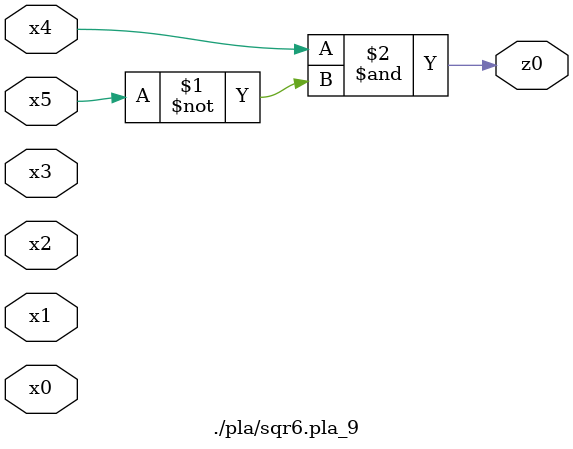
<source format=v>

module \./pla/sqr6.pla_9  ( 
    x0, x1, x2, x3, x4, x5,
    z0  );
  input  x0, x1, x2, x3, x4, x5;
  output z0;
  assign z0 = x4 & ~x5;
endmodule



</source>
